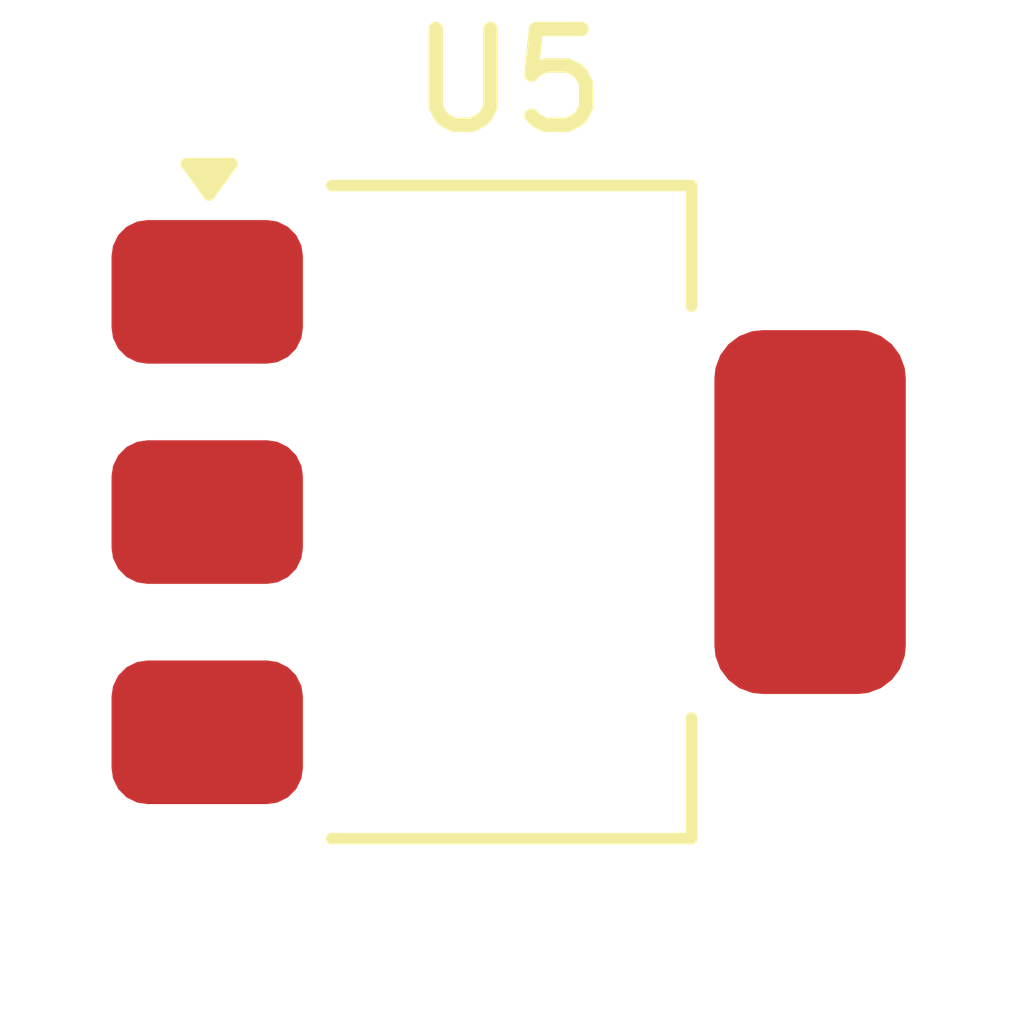
<source format=kicad_pcb>
(kicad_pcb (version 20240108) (generator "pcbnew") (generator_version "8.0")
  (layers (0 "F.Cu" signal) (31 "B.Cu" signal) (34 "B.Paste" user) (35 "F.Paste" user) (36 "B.SilkS" user "B.Silkscreen") (37 "F.SilkS" user "F.Silkscreen") (38 "B.Mask" user) (39 "F.Mask" user) (44 "Edge.Cuts" user))
  (net 0 "")
  (net 1 "Earth")
  (net 2 "5v")
  (net 3 "12v")
  (footprint "Package_TO_SOT_SMD:SOT-223-3_TabPin2" (layer "F.Cu") (at 54.35 42.2)
    (property "Reference" "U5" (at 0 -4.5 0) (layer "F.SilkS"))
    (property "Value" "AMS1117-5.0")
    (fp_line (start -1.85 -3.41) (end 1.91 -3.41) (stroke (width 0.12)) (layer "F.SilkS"))
    (fp_line (start -1.85 3.41) (end 1.91 3.41) (stroke (width 0.12)) (layer "F.SilkS"))
    (fp_line (start 1.91 -3.41) (end 1.91 -2.15) (stroke (width 0.12)) (layer "F.SilkS"))
    (fp_line (start 1.91 3.41) (end 1.91 2.15) (stroke (width 0.12)) (layer "F.SilkS"))
    (fp_poly (pts (xy -3.13 -3.31) (xy -3.37 -3.64) (xy -2.89 -3.64) (xy -3.13 -3.31)) (stroke (width 0.12)) (fill solid) (layer "F.SilkS"))
    (pad "1" smd roundrect (at -3.15 -2.3) (size 2 1.5) (layers "F.Cu" "F.Paste" "F.Mask") (net 1 "Earth"))
    (pad "2" smd roundrect (at -3.15 0) (size 2 1.5) (layers "F.Cu" "F.Paste" "F.Mask") (net 2 "5v"))
    (pad "2" smd roundrect (at 3.15 0) (size 2 3.8) (layers "F.Cu" "F.Paste" "F.Mask") (net 2 "5v"))
    (pad "3" smd roundrect (at -3.15 2.3) (size 2 1.5) (layers "F.Cu" "F.Paste" "F.Mask") (net 3 "12v"))
  )
)
</source>
